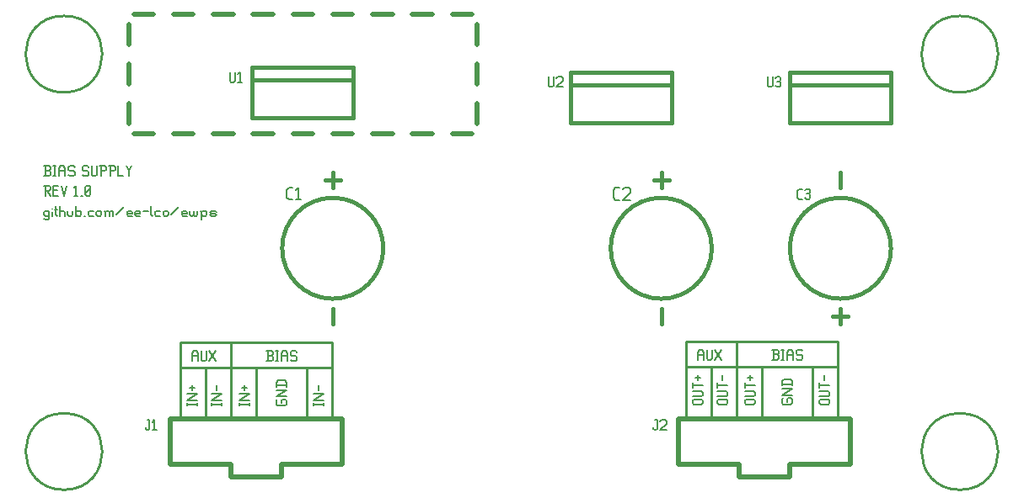
<source format=gbr>
G04 start of page 9 for group -4079 idx -4079 *
G04 Title: EW10A - bias supply, topsilk *
G04 Creator: pcb 1.99z *
G04 CreationDate: Wed 13 Aug 2014 11:07:00 PM GMT UTC *
G04 For: eelco *
G04 Format: Gerber/RS-274X *
G04 PCB-Dimensions (mil): 4724.41 3149.61 *
G04 PCB-Coordinate-Origin: lower left *
%MOIN*%
%FSLAX25Y25*%
%LNTOPSILK*%
%ADD82C,0.0200*%
%ADD81C,0.0150*%
%ADD80C,0.0080*%
%ADD79C,0.0100*%
G54D79*X105000Y91961D02*Y121961D01*
X115000Y91961D02*Y111961D01*
X105000Y121961D02*X165000D01*
Y91961D02*Y121961D01*
X135000Y91961D02*Y111961D01*
X165000D02*X105000D01*
X155000Y91961D02*Y111961D01*
X125000Y91961D02*Y121961D01*
X315000Y92461D02*Y112461D01*
X335000Y92461D02*Y112461D01*
X325000Y92461D02*Y122461D01*
X355000Y92461D02*Y112461D01*
X365000Y92461D02*Y122461D01*
Y112461D02*X305000D01*
Y122461D02*X365000D01*
X305000Y92461D02*Y122461D01*
G54D80*X128283Y97941D02*Y96941D01*
Y97441D02*X132283D01*
Y97941D02*Y96941D01*
X128283Y99141D02*X132283D01*
X128283D02*X132283Y101641D01*
X128283D02*X132283D01*
X130283Y104841D02*Y102841D01*
X129283Y103841D02*X131283D01*
X109606Y117579D02*Y114579D01*
Y117579D02*X110306Y118579D01*
X111406D01*
X112106Y117579D01*
Y114579D01*
X109606Y116579D02*X112106D01*
X113306Y118579D02*Y115079D01*
X113806Y114579D01*
X114806D01*
X115306Y115079D01*
Y118579D02*Y115079D01*
X116506Y114579D02*X119006Y118579D01*
X116506D02*X119006Y114579D01*
X117496Y97941D02*Y96941D01*
Y97441D02*X121496D01*
Y97941D02*Y96941D01*
X117496Y99141D02*X121496D01*
X117496D02*X121496Y101641D01*
X117496D02*X121496D01*
X119496Y104841D02*Y102841D01*
X107654Y97941D02*Y96941D01*
Y97441D02*X111654D01*
Y97941D02*Y96941D01*
X107654Y99141D02*X111654D01*
X107654D02*X111654Y101641D01*
X107654D02*X111654D01*
X109654Y104841D02*Y102841D01*
X108654Y103841D02*X110654D01*
X139094Y114579D02*X141094D01*
X141594Y115079D01*
Y116279D02*Y115079D01*
X141094Y116779D02*X141594Y116279D01*
X139594Y116779D02*X141094D01*
X139594Y118579D02*Y114579D01*
X139094Y118579D02*X141094D01*
X141594Y118079D01*
Y117279D01*
X141094Y116779D02*X141594Y117279D01*
X142794Y118579D02*X143794D01*
X143294D02*Y114579D01*
X142794D02*X143794D01*
X144994Y117579D02*Y114579D01*
Y117579D02*X145694Y118579D01*
X146794D01*
X147494Y117579D01*
Y114579D01*
X144994Y116579D02*X147494D01*
X150694Y118579D02*X151194Y118079D01*
X149194Y118579D02*X150694D01*
X148694Y118079D02*X149194Y118579D01*
X148694Y118079D02*Y117079D01*
X149194Y116579D01*
X150694D01*
X151194Y116079D01*
Y115079D01*
X150694Y114579D02*X151194Y115079D01*
X149194Y114579D02*X150694D01*
X148694Y115079D02*X149194Y114579D01*
X157811Y97941D02*Y96941D01*
Y97441D02*X161811D01*
Y97941D02*Y96941D01*
X157811Y99141D02*X161811D01*
X157811D02*X161811Y101641D01*
X157811D02*X161811D01*
X159811Y104841D02*Y102841D01*
X143047Y98941D02*X143547Y99441D01*
X143047Y98941D02*Y97441D01*
X143547Y96941D02*X143047Y97441D01*
X143547Y96941D02*X146547D01*
X147047Y97441D01*
Y98941D02*Y97441D01*
Y98941D02*X146547Y99441D01*
X145547D02*X146547D01*
X145047Y98941D02*X145547Y99441D01*
X145047Y98941D02*Y97941D01*
X143047Y100641D02*X147047D01*
X143047D02*X147047Y103141D01*
X143047D02*X147047D01*
X143047Y104841D02*X147047D01*
X143047Y106141D02*X143747Y106841D01*
X146347D01*
X147047Y106141D02*X146347Y106841D01*
X147047Y106141D02*Y104341D01*
X143047Y106141D02*Y104341D01*
X51181Y187913D02*X53181D01*
X53681Y188413D01*
Y189613D02*Y188413D01*
X53181Y190113D02*X53681Y189613D01*
X51681Y190113D02*X53181D01*
X51681Y191913D02*Y187913D01*
X51181Y191913D02*X53181D01*
X53681Y191413D01*
Y190613D01*
X53181Y190113D02*X53681Y190613D01*
X54881Y191913D02*X55881D01*
X55381D02*Y187913D01*
X54881D02*X55881D01*
X57081Y190913D02*Y187913D01*
Y190913D02*X57781Y191913D01*
X58881D01*
X59581Y190913D01*
Y187913D01*
X57081Y189913D02*X59581D01*
X62781Y191913D02*X63281Y191413D01*
X61281Y191913D02*X62781D01*
X60781Y191413D02*X61281Y191913D01*
X60781Y191413D02*Y190413D01*
X61281Y189913D01*
X62781D01*
X63281Y189413D01*
Y188413D01*
X62781Y187913D02*X63281Y188413D01*
X61281Y187913D02*X62781D01*
X60781Y188413D02*X61281Y187913D01*
X68281Y191913D02*X68781Y191413D01*
X66781Y191913D02*X68281D01*
X66281Y191413D02*X66781Y191913D01*
X66281Y191413D02*Y190413D01*
X66781Y189913D01*
X68281D01*
X68781Y189413D01*
Y188413D01*
X68281Y187913D02*X68781Y188413D01*
X66781Y187913D02*X68281D01*
X66281Y188413D02*X66781Y187913D01*
X69981Y191913D02*Y188413D01*
X70481Y187913D01*
X71481D01*
X71981Y188413D01*
Y191913D02*Y188413D01*
X73681Y191913D02*Y187913D01*
X73181Y191913D02*X75181D01*
X75681Y191413D01*
Y190413D01*
X75181Y189913D02*X75681Y190413D01*
X73681Y189913D02*X75181D01*
X77381Y191913D02*Y187913D01*
X76881Y191913D02*X78881D01*
X79381Y191413D01*
Y190413D01*
X78881Y189913D02*X79381Y190413D01*
X77381Y189913D02*X78881D01*
X80581Y191913D02*Y187913D01*
X82581D01*
X83781Y191913D02*X84781Y189913D01*
X85781Y191913D01*
X84781Y189913D02*Y187913D01*
X51181Y184039D02*X53181D01*
X53681Y183539D01*
Y182539D01*
X53181Y182039D02*X53681Y182539D01*
X51681Y182039D02*X53181D01*
X51681Y184039D02*Y180039D01*
X52481Y182039D02*X53681Y180039D01*
X54881Y182239D02*X56381D01*
X54881Y180039D02*X56881D01*
X54881Y184039D02*Y180039D01*
Y184039D02*X56881D01*
X58081D02*X59081Y180039D01*
X60081Y184039D01*
X63081Y183239D02*X63881Y184039D01*
Y180039D01*
X63081D02*X64581D01*
X65781D02*X66281D01*
X67481Y180539D02*X67981Y180039D01*
X67481Y183539D02*Y180539D01*
Y183539D02*X67981Y184039D01*
X68981D01*
X69481Y183539D01*
Y180539D01*
X68981Y180039D02*X69481Y180539D01*
X67981Y180039D02*X68981D01*
X67481Y181039D02*X69481Y183039D01*
X52681Y174165D02*X53181Y173665D01*
X51681Y174165D02*X52681D01*
X51181Y173665D02*X51681Y174165D01*
X51181Y173665D02*Y172665D01*
X51681Y172165D01*
X52681D01*
X53181Y172665D01*
X51181Y171165D02*X51681Y170665D01*
X52681D01*
X53181Y171165D01*
Y174165D02*Y171165D01*
X54381Y175165D02*Y175065D01*
Y173665D02*Y172165D01*
X55881Y176165D02*Y172665D01*
X56381Y172165D01*
X55381Y174665D02*X56381D01*
X57381Y176165D02*Y172165D01*
Y173665D02*X57881Y174165D01*
X58881D01*
X59381Y173665D01*
Y172165D01*
X60581Y174165D02*Y172665D01*
X61081Y172165D01*
X62081D01*
X62581Y172665D01*
Y174165D02*Y172665D01*
X63781Y176165D02*Y172165D01*
Y172665D02*X64281Y172165D01*
X65281D01*
X65781Y172665D01*
Y173665D02*Y172665D01*
X65281Y174165D02*X65781Y173665D01*
X64281Y174165D02*X65281D01*
X63781Y173665D02*X64281Y174165D01*
X66981Y172165D02*X67481D01*
X69181Y174165D02*X70681D01*
X68681Y173665D02*X69181Y174165D01*
X68681Y173665D02*Y172665D01*
X69181Y172165D01*
X70681D01*
X71881Y173665D02*Y172665D01*
Y173665D02*X72381Y174165D01*
X73381D01*
X73881Y173665D01*
Y172665D01*
X73381Y172165D02*X73881Y172665D01*
X72381Y172165D02*X73381D01*
X71881Y172665D02*X72381Y172165D01*
X75581Y173665D02*Y172165D01*
Y173665D02*X76081Y174165D01*
X76581D01*
X77081Y173665D01*
Y172165D01*
Y173665D02*X77581Y174165D01*
X78081D01*
X78581Y173665D01*
Y172165D01*
X75081Y174165D02*X75581Y173665D01*
X79781Y172665D02*X82781Y175665D01*
X84481Y172165D02*X85981D01*
X83981Y172665D02*X84481Y172165D01*
X83981Y173665D02*Y172665D01*
Y173665D02*X84481Y174165D01*
X85481D01*
X85981Y173665D01*
X83981Y173165D02*X85981D01*
Y173665D02*Y173165D01*
X87681Y172165D02*X89181D01*
X87181Y172665D02*X87681Y172165D01*
X87181Y173665D02*Y172665D01*
Y173665D02*X87681Y174165D01*
X88681D01*
X89181Y173665D01*
X87181Y173165D02*X89181D01*
Y173665D02*Y173165D01*
X90381Y174165D02*X92381D01*
X93581Y176165D02*Y172665D01*
X94081Y172165D01*
X95581Y174165D02*X97081D01*
X95081Y173665D02*X95581Y174165D01*
X95081Y173665D02*Y172665D01*
X95581Y172165D01*
X97081D01*
X98281Y173665D02*Y172665D01*
Y173665D02*X98781Y174165D01*
X99781D01*
X100281Y173665D01*
Y172665D01*
X99781Y172165D02*X100281Y172665D01*
X98781Y172165D02*X99781D01*
X98281Y172665D02*X98781Y172165D01*
X101481Y172665D02*X104481Y175665D01*
X106181Y172165D02*X107681D01*
X105681Y172665D02*X106181Y172165D01*
X105681Y173665D02*Y172665D01*
Y173665D02*X106181Y174165D01*
X107181D01*
X107681Y173665D01*
X105681Y173165D02*X107681D01*
Y173665D02*Y173165D01*
X108881Y174165D02*Y172665D01*
X109381Y172165D01*
X109881D01*
X110381Y172665D01*
Y174165D02*Y172665D01*
X110881Y172165D01*
X111381D01*
X111881Y172665D01*
Y174165D02*Y172665D01*
X113581Y173665D02*Y170665D01*
X113081Y174165D02*X113581Y173665D01*
X114081Y174165D01*
X115081D01*
X115581Y173665D01*
Y172665D01*
X115081Y172165D02*X115581Y172665D01*
X114081Y172165D02*X115081D01*
X113581Y172665D02*X114081Y172165D01*
X117281D02*X118781D01*
X119281Y172665D01*
X118781Y173165D02*X119281Y172665D01*
X117281Y173165D02*X118781D01*
X116781Y173665D02*X117281Y173165D01*
X116781Y173665D02*X117281Y174165D01*
X118781D01*
X119281Y173665D01*
X116781Y172665D02*X117281Y172165D01*
X328783Y97441D02*X331783D01*
X328783D02*X328283Y97941D01*
Y98941D02*Y97941D01*
Y98941D02*X328783Y99441D01*
X331783D01*
X332283Y98941D02*X331783Y99441D01*
X332283Y98941D02*Y97941D01*
X331783Y97441D02*X332283Y97941D01*
X328283Y100641D02*X331783D01*
X332283Y101141D01*
Y102141D02*Y101141D01*
Y102141D02*X331783Y102641D01*
X328283D02*X331783D01*
X328283Y105841D02*Y103841D01*
Y104841D02*X332283D01*
X330283Y109041D02*Y107041D01*
X329283Y108041D02*X331283D01*
X308154Y97441D02*X311154D01*
X308154D02*X307654Y97941D01*
Y98941D02*Y97941D01*
Y98941D02*X308154Y99441D01*
X311154D01*
X311654Y98941D02*X311154Y99441D01*
X311654Y98941D02*Y97941D01*
X311154Y97441D02*X311654Y97941D01*
X307654Y100641D02*X311154D01*
X311654Y101141D01*
Y102141D02*Y101141D01*
Y102141D02*X311154Y102641D01*
X307654D02*X311154D01*
X307654Y105841D02*Y103841D01*
Y104841D02*X311654D01*
X309654Y109041D02*Y107041D01*
X308654Y108041D02*X310654D01*
X317996Y97441D02*X320996D01*
X317996D02*X317496Y97941D01*
Y98941D02*Y97941D01*
Y98941D02*X317996Y99441D01*
X320996D01*
X321496Y98941D02*X320996Y99441D01*
X321496Y98941D02*Y97941D01*
X320996Y97441D02*X321496Y97941D01*
X317496Y100641D02*X320996D01*
X321496Y101141D01*
Y102141D02*Y101141D01*
Y102141D02*X320996Y102641D01*
X317496D02*X320996D01*
X317496Y105841D02*Y103841D01*
Y104841D02*X321496D01*
X319496Y109041D02*Y107041D01*
X343047Y99441D02*X343547Y99941D01*
X343047Y99441D02*Y97941D01*
X343547Y97441D02*X343047Y97941D01*
X343547Y97441D02*X346547D01*
X347047Y97941D01*
Y99441D02*Y97941D01*
Y99441D02*X346547Y99941D01*
X345547D02*X346547D01*
X345047Y99441D02*X345547Y99941D01*
X345047Y99441D02*Y98441D01*
X343047Y101141D02*X347047D01*
X343047D02*X347047Y103641D01*
X343047D02*X347047D01*
X343047Y105341D02*X347047D01*
X343047Y106641D02*X343747Y107341D01*
X346347D01*
X347047Y106641D02*X346347Y107341D01*
X347047Y106641D02*Y104841D01*
X343047Y106641D02*Y104841D01*
X358311Y97441D02*X361311D01*
X358311D02*X357811Y97941D01*
Y98941D02*Y97941D01*
Y98941D02*X358311Y99441D01*
X361311D01*
X361811Y98941D02*X361311Y99441D01*
X361811Y98941D02*Y97941D01*
X361311Y97441D02*X361811Y97941D01*
X357811Y100641D02*X361311D01*
X361811Y101141D01*
Y102141D02*Y101141D01*
Y102141D02*X361311Y102641D01*
X357811D02*X361311D01*
X357811Y105841D02*Y103841D01*
Y104841D02*X361811D01*
X359811Y109041D02*Y107041D01*
X339094Y115079D02*X341094D01*
X341594Y115579D01*
Y116779D02*Y115579D01*
X341094Y117279D02*X341594Y116779D01*
X339594Y117279D02*X341094D01*
X339594Y119079D02*Y115079D01*
X339094Y119079D02*X341094D01*
X341594Y118579D01*
Y117779D01*
X341094Y117279D02*X341594Y117779D01*
X342794Y119079D02*X343794D01*
X343294D02*Y115079D01*
X342794D02*X343794D01*
X344994Y118079D02*Y115079D01*
Y118079D02*X345694Y119079D01*
X346794D01*
X347494Y118079D01*
Y115079D01*
X344994Y117079D02*X347494D01*
X350694Y119079D02*X351194Y118579D01*
X349194Y119079D02*X350694D01*
X348694Y118579D02*X349194Y119079D01*
X348694Y118579D02*Y117579D01*
X349194Y117079D01*
X350694D01*
X351194Y116579D01*
Y115579D01*
X350694Y115079D02*X351194Y115579D01*
X349194Y115079D02*X350694D01*
X348694Y115579D02*X349194Y115079D01*
X309606Y118079D02*Y115079D01*
Y118079D02*X310306Y119079D01*
X311406D01*
X312106Y118079D01*
Y115079D01*
X309606Y117079D02*X312106D01*
X313306Y119079D02*Y115579D01*
X313806Y115079D01*
X314806D01*
X315306Y115579D01*
Y119079D02*Y115579D01*
X316506Y115079D02*X319006Y119079D01*
X316506D02*X319006Y115079D01*
G54D79*X413386Y251378D02*G75*G03X413386Y251378I0J-15157D01*G01*
G54D81*X295276Y189291D02*Y183291D01*
X292276Y186291D02*X298276D01*
X295276Y135291D02*Y129291D01*
Y179291D02*G75*G03X295276Y179291I0J-20000D01*G01*
G54D79*X413386Y93898D02*G75*G03X413386Y93898I0J-15157D01*G01*
G54D82*X302024Y91677D02*X370024D01*
X302024Y73677D02*X326024D01*
Y68677D01*
X346024D01*
Y73677D02*Y68677D01*
Y73677D02*X370024D01*
X302024Y91677D02*Y73677D01*
X370024Y91677D02*Y73677D01*
G54D81*X366142Y135291D02*Y129291D01*
X363142Y132291D02*X369142D01*
X366142Y189291D02*Y183291D01*
Y139291D02*G75*G03X366142Y139291I0J20000D01*G01*
X346142Y229035D02*X386142D01*
X346142Y224035D02*X386142D01*
X346142Y229035D02*Y209035D01*
X386142Y229035D02*Y209035D01*
X346142D02*X386142D01*
X259528Y229035D02*X299528D01*
X259528Y224035D02*X299528D01*
X259528Y229035D02*Y209035D01*
X299528Y229035D02*Y209035D01*
X259528D02*X299528D01*
G54D79*X59055Y93898D02*G75*G03X59055Y93898I0J-15157D01*G01*
G54D82*X101236Y91677D02*X169236D01*
X101236Y73677D02*X125236D01*
Y68677D01*
X145236D01*
Y73677D02*Y68677D01*
Y73677D02*X169236D01*
X101236Y91677D02*Y73677D01*
X169236Y91677D02*Y73677D01*
X86614Y251969D02*X94488D01*
X102362D02*X110236D01*
X118110D02*X125984D01*
X133858D02*X141732D01*
X149606D02*X157480D01*
X165354D02*X173228D01*
X181102D02*X188976D01*
X196850D02*X204724D01*
X212598D02*X220472D01*
X86614Y204724D02*X94488D01*
X102362D02*X110236D01*
X118110D02*X125984D01*
X133858D02*X141732D01*
X149606D02*X157480D01*
X165354D02*X173228D01*
X181102D02*X188976D01*
X196850D02*X204724D01*
X212598D02*X220472D01*
X84646Y248031D02*Y240157D01*
Y232283D02*Y224409D01*
Y216535D02*Y208661D01*
X222441Y248031D02*Y240157D01*
Y232283D02*Y224409D01*
Y216535D02*Y208661D01*
G54D79*X59055Y251378D02*G75*G03X59055Y251378I0J-15157D01*G01*
G54D81*X165354Y189291D02*Y183291D01*
X162354Y186291D02*X168354D01*
X165354Y135291D02*Y129291D01*
Y179291D02*G75*G03X165354Y179291I0J-20000D01*G01*
X133543Y231004D02*X173543D01*
X133543Y226004D02*X173543D01*
X133543Y231004D02*Y211004D01*
X173543Y231004D02*Y211004D01*
X133543D02*X173543D01*
G54D80*X92094Y91252D02*X92894D01*
Y87752D01*
X92394Y87252D02*X92894Y87752D01*
X91894Y87252D02*X92394D01*
X91394Y87752D02*X91894Y87252D01*
X91394Y88252D02*Y87752D01*
X94094Y90452D02*X94894Y91252D01*
Y87252D01*
X94094D02*X95594D01*
X147984Y178528D02*X149505D01*
X147165Y179347D02*X147984Y178528D01*
X147165Y182389D02*Y179347D01*
Y182389D02*X147984Y183208D01*
X149505D01*
X150909Y182272D02*X151845Y183208D01*
Y178528D01*
X150909D02*X152664D01*
X124701Y229157D02*Y225657D01*
X125201Y225157D01*
X126201D01*
X126701Y225657D01*
Y229157D02*Y225657D01*
X127901Y228357D02*X128701Y229157D01*
Y225157D01*
X127901D02*X129401D01*
X292881Y91252D02*X293681D01*
Y87752D01*
X293181Y87252D02*X293681Y87752D01*
X292681Y87252D02*X293181D01*
X292181Y87752D02*X292681Y87252D01*
X292181Y88252D02*Y87752D01*
X294881Y90752D02*X295381Y91252D01*
X296881D01*
X297381Y90752D01*
Y89752D01*
X294881Y87252D02*X297381Y89752D01*
X294881Y87252D02*X297381D01*
X277236Y178489D02*X278757D01*
X276417Y179308D02*X277236Y178489D01*
X276417Y182350D02*Y179308D01*
Y182350D02*X277236Y183169D01*
X278757D01*
X280161Y182584D02*X280746Y183169D01*
X282501D01*
X283086Y182584D01*
Y181414D01*
X280161Y178489D02*X283086Y181414D01*
X280161Y178489D02*X283086D01*
X349637Y178709D02*X350937D01*
X348937Y179409D02*X349637Y178709D01*
X348937Y182009D02*Y179409D01*
Y182009D02*X349637Y182709D01*
X350937D01*
X352137Y182209D02*X352637Y182709D01*
X353637D01*
X354137Y182209D01*
X353637Y178709D02*X354137Y179209D01*
X352637Y178709D02*X353637D01*
X352137Y179209D02*X352637Y178709D01*
Y180909D02*X353637D01*
X354137Y182209D02*Y181409D01*
Y180409D02*Y179209D01*
Y180409D02*X353637Y180909D01*
X354137Y181409D02*X353637Y180909D01*
X250685Y227189D02*Y223689D01*
X251185Y223189D01*
X252185D01*
X252685Y223689D01*
Y227189D02*Y223689D01*
X253885Y226689D02*X254385Y227189D01*
X255885D01*
X256385Y226689D01*
Y225689D01*
X253885Y223189D02*X256385Y225689D01*
X253885Y223189D02*X256385D01*
X337299Y227189D02*Y223689D01*
X337799Y223189D01*
X338799D01*
X339299Y223689D01*
Y227189D02*Y223689D01*
X340499Y226689D02*X340999Y227189D01*
X341999D01*
X342499Y226689D01*
X341999Y223189D02*X342499Y223689D01*
X340999Y223189D02*X341999D01*
X340499Y223689D02*X340999Y223189D01*
Y225389D02*X341999D01*
X342499Y226689D02*Y225889D01*
Y224889D02*Y223689D01*
Y224889D02*X341999Y225389D01*
X342499Y225889D02*X341999Y225389D01*
M02*

</source>
